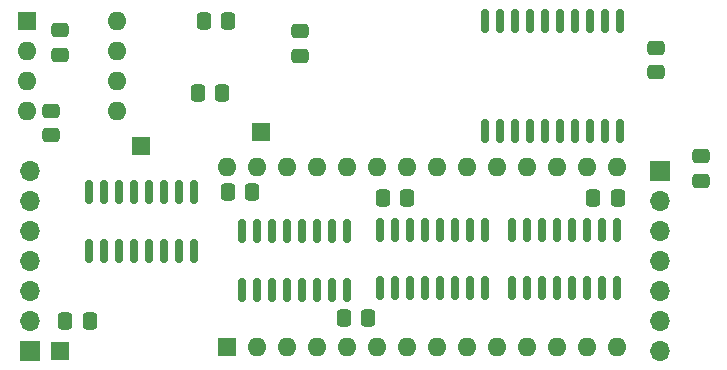
<source format=gbr>
%TF.GenerationSoftware,KiCad,Pcbnew,7.0.10*%
%TF.CreationDate,2024-02-26T12:25:31-08:00*%
%TF.ProjectId,vgaterm-top,76676174-6572-46d2-9d74-6f702e6b6963,rev?*%
%TF.SameCoordinates,Original*%
%TF.FileFunction,Soldermask,Bot*%
%TF.FilePolarity,Negative*%
%FSLAX46Y46*%
G04 Gerber Fmt 4.6, Leading zero omitted, Abs format (unit mm)*
G04 Created by KiCad (PCBNEW 7.0.10) date 2024-02-26 12:25:31*
%MOMM*%
%LPD*%
G01*
G04 APERTURE LIST*
G04 Aperture macros list*
%AMRoundRect*
0 Rectangle with rounded corners*
0 $1 Rounding radius*
0 $2 $3 $4 $5 $6 $7 $8 $9 X,Y pos of 4 corners*
0 Add a 4 corners polygon primitive as box body*
4,1,4,$2,$3,$4,$5,$6,$7,$8,$9,$2,$3,0*
0 Add four circle primitives for the rounded corners*
1,1,$1+$1,$2,$3*
1,1,$1+$1,$4,$5*
1,1,$1+$1,$6,$7*
1,1,$1+$1,$8,$9*
0 Add four rect primitives between the rounded corners*
20,1,$1+$1,$2,$3,$4,$5,0*
20,1,$1+$1,$4,$5,$6,$7,0*
20,1,$1+$1,$6,$7,$8,$9,0*
20,1,$1+$1,$8,$9,$2,$3,0*%
G04 Aperture macros list end*
%ADD10R,1.500000X1.500000*%
%ADD11R,1.600000X1.600000*%
%ADD12O,1.600000X1.600000*%
%ADD13R,1.700000X1.700000*%
%ADD14O,1.700000X1.700000*%
%ADD15RoundRect,0.250000X-0.337500X-0.475000X0.337500X-0.475000X0.337500X0.475000X-0.337500X0.475000X0*%
%ADD16RoundRect,0.250000X0.475000X-0.337500X0.475000X0.337500X-0.475000X0.337500X-0.475000X-0.337500X0*%
%ADD17RoundRect,0.150000X-0.150000X0.825000X-0.150000X-0.825000X0.150000X-0.825000X0.150000X0.825000X0*%
%ADD18RoundRect,0.250000X0.337500X0.475000X-0.337500X0.475000X-0.337500X-0.475000X0.337500X-0.475000X0*%
%ADD19RoundRect,0.150000X0.150000X-0.825000X0.150000X0.825000X-0.150000X0.825000X-0.150000X-0.825000X0*%
%ADD20RoundRect,0.150000X0.150000X-0.875000X0.150000X0.875000X-0.150000X0.875000X-0.150000X-0.875000X0*%
%ADD21RoundRect,0.250000X-0.475000X0.337500X-0.475000X-0.337500X0.475000X-0.337500X0.475000X0.337500X0*%
G04 APERTURE END LIST*
D10*
%TO.C,TP3*%
X75946000Y-64262000D03*
%TD*%
D11*
%TO.C,U4*%
X73097700Y-82426000D03*
D12*
X75637700Y-82426000D03*
X78177700Y-82426000D03*
X80717700Y-82426000D03*
X83257700Y-82426000D03*
X85797700Y-82426000D03*
X88337700Y-82426000D03*
X90877700Y-82426000D03*
X93417700Y-82426000D03*
X95957700Y-82426000D03*
X98497700Y-82426000D03*
X101037700Y-82426000D03*
X103577700Y-82426000D03*
X106117700Y-82426000D03*
X106117700Y-67186000D03*
X103577700Y-67186000D03*
X101037700Y-67186000D03*
X98497700Y-67186000D03*
X95957700Y-67186000D03*
X93417700Y-67186000D03*
X90877700Y-67186000D03*
X88337700Y-67186000D03*
X85797700Y-67186000D03*
X83257700Y-67186000D03*
X80717700Y-67186000D03*
X78177700Y-67186000D03*
X75637700Y-67186000D03*
X73097700Y-67186000D03*
%TD*%
D11*
%TO.C,X1*%
X56134000Y-54864000D03*
D12*
X56134000Y-57404000D03*
X56134000Y-59944000D03*
X56134000Y-62484000D03*
X63754000Y-62484000D03*
X63754000Y-59944000D03*
X63754000Y-57404000D03*
X63754000Y-54864000D03*
%TD*%
D10*
%TO.C,TP2*%
X65786000Y-65405000D03*
%TD*%
%TO.C,TP1*%
X58928000Y-82804000D03*
%TD*%
D13*
%TO.C,J2*%
X109728000Y-67564000D03*
D14*
X109728000Y-70104000D03*
X109728000Y-72644000D03*
X109728000Y-75184000D03*
X109728000Y-77724000D03*
X109728000Y-80264000D03*
X109728000Y-82804000D03*
%TD*%
D15*
%TO.C,C2*%
X82982200Y-80010000D03*
X85057200Y-80010000D03*
%TD*%
%TO.C,C16*%
X71098500Y-54864000D03*
X73173500Y-54864000D03*
%TD*%
D16*
%TO.C,C12*%
X58166000Y-64516000D03*
X58166000Y-62441000D03*
%TD*%
D17*
%TO.C,U2*%
X74367700Y-72650000D03*
X75637700Y-72650000D03*
X76907700Y-72650000D03*
X78177700Y-72650000D03*
X79447700Y-72650000D03*
X80717700Y-72650000D03*
X81987700Y-72650000D03*
X83257700Y-72650000D03*
X83257700Y-77600000D03*
X81987700Y-77600000D03*
X80717700Y-77600000D03*
X79447700Y-77600000D03*
X78177700Y-77600000D03*
X76907700Y-77600000D03*
X75637700Y-77600000D03*
X74367700Y-77600000D03*
%TD*%
D18*
%TO.C,C5*%
X106160700Y-69850000D03*
X104085700Y-69850000D03*
%TD*%
D19*
%TO.C,U7*%
X70303700Y-74292000D03*
X69033700Y-74292000D03*
X67763700Y-74292000D03*
X66493700Y-74292000D03*
X65223700Y-74292000D03*
X63953700Y-74292000D03*
X62683700Y-74292000D03*
X61413700Y-74292000D03*
X61413700Y-69342000D03*
X62683700Y-69342000D03*
X63953700Y-69342000D03*
X65223700Y-69342000D03*
X66493700Y-69342000D03*
X67763700Y-69342000D03*
X69033700Y-69342000D03*
X70303700Y-69342000D03*
%TD*%
D13*
%TO.C,J1*%
X56388000Y-82804000D03*
D14*
X56388000Y-80264000D03*
X56388000Y-77724000D03*
X56388000Y-75184000D03*
X56388000Y-72644000D03*
X56388000Y-70104000D03*
X56388000Y-67564000D03*
%TD*%
D19*
%TO.C,U5*%
X106117700Y-77470000D03*
X104847700Y-77470000D03*
X103577700Y-77470000D03*
X102307700Y-77470000D03*
X101037700Y-77470000D03*
X99767700Y-77470000D03*
X98497700Y-77470000D03*
X97227700Y-77470000D03*
X97227700Y-72520000D03*
X98497700Y-72520000D03*
X99767700Y-72520000D03*
X101037700Y-72520000D03*
X102307700Y-72520000D03*
X103577700Y-72520000D03*
X104847700Y-72520000D03*
X106117700Y-72520000D03*
%TD*%
D18*
%TO.C,C15*%
X72687000Y-60960000D03*
X70612000Y-60960000D03*
%TD*%
D15*
%TO.C,C3*%
X86262700Y-69850000D03*
X88337700Y-69850000D03*
%TD*%
D20*
%TO.C,U6*%
X106371700Y-64164000D03*
X105101700Y-64164000D03*
X103831700Y-64164000D03*
X102561700Y-64164000D03*
X101291700Y-64164000D03*
X100021700Y-64164000D03*
X98751700Y-64164000D03*
X97481700Y-64164000D03*
X96211700Y-64164000D03*
X94941700Y-64164000D03*
X94941700Y-54864000D03*
X96211700Y-54864000D03*
X97481700Y-54864000D03*
X98751700Y-54864000D03*
X100021700Y-54864000D03*
X101291700Y-54864000D03*
X102561700Y-54864000D03*
X103831700Y-54864000D03*
X105101700Y-54864000D03*
X106371700Y-54864000D03*
%TD*%
D21*
%TO.C,C6*%
X109419700Y-57128500D03*
X109419700Y-59203500D03*
%TD*%
D16*
%TO.C,C13*%
X113229700Y-68369000D03*
X113229700Y-66294000D03*
%TD*%
D21*
%TO.C,C9*%
X58928000Y-55626000D03*
X58928000Y-57701000D03*
%TD*%
D15*
%TO.C,C4*%
X73130500Y-69342000D03*
X75205500Y-69342000D03*
%TD*%
D16*
%TO.C,C8*%
X79248000Y-57785000D03*
X79248000Y-55710000D03*
%TD*%
D18*
%TO.C,C1*%
X61456700Y-80264000D03*
X59381700Y-80264000D03*
%TD*%
D19*
%TO.C,U3*%
X94941700Y-77470000D03*
X93671700Y-77470000D03*
X92401700Y-77470000D03*
X91131700Y-77470000D03*
X89861700Y-77470000D03*
X88591700Y-77470000D03*
X87321700Y-77470000D03*
X86051700Y-77470000D03*
X86051700Y-72520000D03*
X87321700Y-72520000D03*
X88591700Y-72520000D03*
X89861700Y-72520000D03*
X91131700Y-72520000D03*
X92401700Y-72520000D03*
X93671700Y-72520000D03*
X94941700Y-72520000D03*
%TD*%
M02*

</source>
